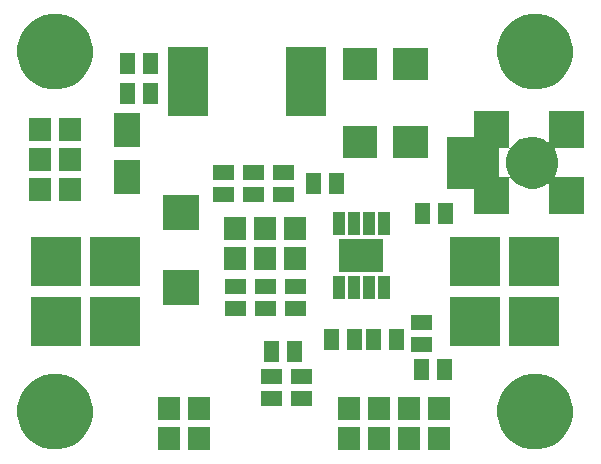
<source format=gbr>
G04 #@! TF.FileFunction,Soldermask,Bot*
%FSLAX46Y46*%
G04 Gerber Fmt 4.6, Leading zero omitted, Abs format (unit mm)*
G04 Created by KiCad (PCBNEW 4.0.3-stable) date 09/22/16 07:48:20*
%MOMM*%
%LPD*%
G01*
G04 APERTURE LIST*
%ADD10C,0.500000*%
G04 APERTURE END LIST*
D10*
G36*
X38554000Y1832000D02*
X36630000Y1832000D01*
X36630000Y3756000D01*
X38554000Y3756000D01*
X38554000Y1832000D01*
X38554000Y1832000D01*
G37*
G36*
X36014000Y1832000D02*
X34090000Y1832000D01*
X34090000Y3756000D01*
X36014000Y3756000D01*
X36014000Y1832000D01*
X36014000Y1832000D01*
G37*
G36*
X30934000Y1832000D02*
X29010000Y1832000D01*
X29010000Y3756000D01*
X30934000Y3756000D01*
X30934000Y1832000D01*
X30934000Y1832000D01*
G37*
G36*
X18234000Y1832000D02*
X16310000Y1832000D01*
X16310000Y3756000D01*
X18234000Y3756000D01*
X18234000Y1832000D01*
X18234000Y1832000D01*
G37*
G36*
X15694000Y1832000D02*
X13770000Y1832000D01*
X13770000Y3756000D01*
X15694000Y3756000D01*
X15694000Y1832000D01*
X15694000Y1832000D01*
G37*
G36*
X33474000Y1832000D02*
X31550000Y1832000D01*
X31550000Y3756000D01*
X33474000Y3756000D01*
X33474000Y1832000D01*
X33474000Y1832000D01*
G37*
G36*
X5416110Y8277872D02*
X6030848Y8151685D01*
X6609363Y7908500D01*
X7129631Y7557574D01*
X7571824Y7112283D01*
X7919105Y6589582D01*
X8158249Y6009378D01*
X8280004Y5394466D01*
X8280004Y5394449D01*
X8280137Y5393776D01*
X8270128Y4676993D01*
X8269977Y4676330D01*
X8269977Y4676306D01*
X8131099Y4065032D01*
X7875851Y3491739D01*
X7514107Y2978933D01*
X7059653Y2546162D01*
X6529787Y2209900D01*
X5944712Y1982964D01*
X5326688Y1873989D01*
X4699273Y1887132D01*
X4086359Y2021890D01*
X3511293Y2273129D01*
X2995980Y2631282D01*
X2560044Y3082706D01*
X2220093Y3610208D01*
X1989075Y4193693D01*
X1875790Y4810936D01*
X1884551Y5438424D01*
X2015027Y6052266D01*
X2262248Y6629075D01*
X2616795Y7146877D01*
X3065163Y7585952D01*
X3590276Y7929576D01*
X4172132Y8164661D01*
X4788571Y8282254D01*
X5416110Y8277872D01*
X5416110Y8277872D01*
G37*
G36*
X46056110Y8277872D02*
X46670848Y8151685D01*
X47249363Y7908500D01*
X47769631Y7557574D01*
X48211824Y7112283D01*
X48559105Y6589582D01*
X48798249Y6009378D01*
X48920004Y5394466D01*
X48920004Y5394449D01*
X48920137Y5393776D01*
X48910128Y4676993D01*
X48909977Y4676330D01*
X48909977Y4676306D01*
X48771099Y4065032D01*
X48515851Y3491739D01*
X48154107Y2978933D01*
X47699653Y2546162D01*
X47169787Y2209900D01*
X46584712Y1982964D01*
X45966688Y1873989D01*
X45339273Y1887132D01*
X44726359Y2021890D01*
X44151293Y2273129D01*
X43635980Y2631282D01*
X43200044Y3082706D01*
X42860093Y3610208D01*
X42629075Y4193693D01*
X42515790Y4810936D01*
X42524551Y5438424D01*
X42655027Y6052266D01*
X42902248Y6629075D01*
X43256795Y7146877D01*
X43705163Y7585952D01*
X44230276Y7929576D01*
X44812132Y8164661D01*
X45428571Y8282254D01*
X46056110Y8277872D01*
X46056110Y8277872D01*
G37*
G36*
X36014000Y4372000D02*
X34090000Y4372000D01*
X34090000Y6296000D01*
X36014000Y6296000D01*
X36014000Y4372000D01*
X36014000Y4372000D01*
G37*
G36*
X15694000Y4372000D02*
X13770000Y4372000D01*
X13770000Y6296000D01*
X15694000Y6296000D01*
X15694000Y4372000D01*
X15694000Y4372000D01*
G37*
G36*
X33474000Y4372000D02*
X31550000Y4372000D01*
X31550000Y6296000D01*
X33474000Y6296000D01*
X33474000Y4372000D01*
X33474000Y4372000D01*
G37*
G36*
X38554000Y4372000D02*
X36630000Y4372000D01*
X36630000Y6296000D01*
X38554000Y6296000D01*
X38554000Y4372000D01*
X38554000Y4372000D01*
G37*
G36*
X18234000Y4372000D02*
X16310000Y4372000D01*
X16310000Y6296000D01*
X18234000Y6296000D01*
X18234000Y4372000D01*
X18234000Y4372000D01*
G37*
G36*
X30934000Y4372000D02*
X29010000Y4372000D01*
X29010000Y6296000D01*
X30934000Y6296000D01*
X30934000Y4372000D01*
X30934000Y4372000D01*
G37*
G36*
X26806500Y5515000D02*
X25009500Y5515000D01*
X25009500Y6804000D01*
X26806500Y6804000D01*
X26806500Y5515000D01*
X26806500Y5515000D01*
G37*
G36*
X24266500Y5515000D02*
X22469500Y5515000D01*
X22469500Y6804000D01*
X24266500Y6804000D01*
X24266500Y5515000D01*
X24266500Y5515000D01*
G37*
G36*
X26806500Y7420000D02*
X25009500Y7420000D01*
X25009500Y8709000D01*
X26806500Y8709000D01*
X26806500Y7420000D01*
X26806500Y7420000D01*
G37*
G36*
X24266500Y7420000D02*
X22469500Y7420000D01*
X22469500Y8709000D01*
X24266500Y8709000D01*
X24266500Y7420000D01*
X24266500Y7420000D01*
G37*
G36*
X38681000Y7737500D02*
X37392000Y7737500D01*
X37392000Y9534500D01*
X38681000Y9534500D01*
X38681000Y7737500D01*
X38681000Y7737500D01*
G37*
G36*
X36776000Y7737500D02*
X35487000Y7737500D01*
X35487000Y9534500D01*
X36776000Y9534500D01*
X36776000Y7737500D01*
X36776000Y7737500D01*
G37*
G36*
X24076000Y9261500D02*
X22787000Y9261500D01*
X22787000Y11058500D01*
X24076000Y11058500D01*
X24076000Y9261500D01*
X24076000Y9261500D01*
G37*
G36*
X25981000Y9261500D02*
X24692000Y9261500D01*
X24692000Y11058500D01*
X25981000Y11058500D01*
X25981000Y9261500D01*
X25981000Y9261500D01*
G37*
G36*
X36966500Y10087000D02*
X35169500Y10087000D01*
X35169500Y11376000D01*
X36966500Y11376000D01*
X36966500Y10087000D01*
X36966500Y10087000D01*
G37*
G36*
X29156000Y10277500D02*
X27867000Y10277500D01*
X27867000Y12074500D01*
X29156000Y12074500D01*
X29156000Y10277500D01*
X29156000Y10277500D01*
G37*
G36*
X31061000Y10277500D02*
X29772000Y10277500D01*
X29772000Y12074500D01*
X31061000Y12074500D01*
X31061000Y10277500D01*
X31061000Y10277500D01*
G37*
G36*
X32712000Y10277500D02*
X31423000Y10277500D01*
X31423000Y12074500D01*
X32712000Y12074500D01*
X32712000Y10277500D01*
X32712000Y10277500D01*
G37*
G36*
X34617000Y10277500D02*
X33328000Y10277500D01*
X33328000Y12074500D01*
X34617000Y12074500D01*
X34617000Y10277500D01*
X34617000Y10277500D01*
G37*
G36*
X12265000Y10595000D02*
X8055000Y10595000D01*
X8055000Y14805000D01*
X12265000Y14805000D01*
X12265000Y10595000D01*
X12265000Y10595000D01*
G37*
G36*
X7265000Y10595000D02*
X3055000Y10595000D01*
X3055000Y14805000D01*
X7265000Y14805000D01*
X7265000Y10595000D01*
X7265000Y10595000D01*
G37*
G36*
X42745000Y10595000D02*
X38535000Y10595000D01*
X38535000Y14805000D01*
X42745000Y14805000D01*
X42745000Y10595000D01*
X42745000Y10595000D01*
G37*
G36*
X47745000Y10595000D02*
X43535000Y10595000D01*
X43535000Y14805000D01*
X47745000Y14805000D01*
X47745000Y10595000D01*
X47745000Y10595000D01*
G37*
G36*
X36966500Y11992000D02*
X35169500Y11992000D01*
X35169500Y13281000D01*
X36966500Y13281000D01*
X36966500Y11992000D01*
X36966500Y11992000D01*
G37*
G36*
X21218500Y13135000D02*
X19421500Y13135000D01*
X19421500Y14424000D01*
X21218500Y14424000D01*
X21218500Y13135000D01*
X21218500Y13135000D01*
G37*
G36*
X26298500Y13135000D02*
X24501500Y13135000D01*
X24501500Y14424000D01*
X26298500Y14424000D01*
X26298500Y13135000D01*
X26298500Y13135000D01*
G37*
G36*
X23758500Y13135000D02*
X21961500Y13135000D01*
X21961500Y14424000D01*
X23758500Y14424000D01*
X23758500Y13135000D01*
X23758500Y13135000D01*
G37*
G36*
X17298010Y14145920D02*
X14197990Y14145920D01*
X14197990Y17096080D01*
X17298010Y17096080D01*
X17298010Y14145920D01*
X17298010Y14145920D01*
G37*
G36*
X33393000Y14613000D02*
X32393000Y14613000D01*
X32393000Y16563000D01*
X33393000Y16563000D01*
X33393000Y14613000D01*
X33393000Y14613000D01*
G37*
G36*
X29583000Y14613000D02*
X28583000Y14613000D01*
X28583000Y16563000D01*
X29583000Y16563000D01*
X29583000Y14613000D01*
X29583000Y14613000D01*
G37*
G36*
X30853000Y14613000D02*
X29853000Y14613000D01*
X29853000Y16563000D01*
X30853000Y16563000D01*
X30853000Y14613000D01*
X30853000Y14613000D01*
G37*
G36*
X32123000Y14613000D02*
X31123000Y14613000D01*
X31123000Y16563000D01*
X32123000Y16563000D01*
X32123000Y14613000D01*
X32123000Y14613000D01*
G37*
G36*
X26298500Y15040000D02*
X24501500Y15040000D01*
X24501500Y16329000D01*
X26298500Y16329000D01*
X26298500Y15040000D01*
X26298500Y15040000D01*
G37*
G36*
X21218500Y15040000D02*
X19421500Y15040000D01*
X19421500Y16329000D01*
X21218500Y16329000D01*
X21218500Y15040000D01*
X21218500Y15040000D01*
G37*
G36*
X23758500Y15040000D02*
X21961500Y15040000D01*
X21961500Y16329000D01*
X23758500Y16329000D01*
X23758500Y15040000D01*
X23758500Y15040000D01*
G37*
G36*
X12265000Y15675000D02*
X8055000Y15675000D01*
X8055000Y19885000D01*
X12265000Y19885000D01*
X12265000Y15675000D01*
X12265000Y15675000D01*
G37*
G36*
X47745000Y15675000D02*
X43535000Y15675000D01*
X43535000Y19885000D01*
X47745000Y19885000D01*
X47745000Y15675000D01*
X47745000Y15675000D01*
G37*
G36*
X42745000Y15675000D02*
X38535000Y15675000D01*
X38535000Y19885000D01*
X42745000Y19885000D01*
X42745000Y15675000D01*
X42745000Y15675000D01*
G37*
G36*
X7265000Y15675000D02*
X3055000Y15675000D01*
X3055000Y19885000D01*
X7265000Y19885000D01*
X7265000Y15675000D01*
X7265000Y15675000D01*
G37*
G36*
X32838000Y16883000D02*
X29138000Y16883000D01*
X29138000Y19693000D01*
X32838000Y19693000D01*
X32838000Y16883000D01*
X32838000Y16883000D01*
G37*
G36*
X21282000Y17072000D02*
X19358000Y17072000D01*
X19358000Y18996000D01*
X21282000Y18996000D01*
X21282000Y17072000D01*
X21282000Y17072000D01*
G37*
G36*
X23822000Y17072000D02*
X21898000Y17072000D01*
X21898000Y18996000D01*
X23822000Y18996000D01*
X23822000Y17072000D01*
X23822000Y17072000D01*
G37*
G36*
X26362000Y17072000D02*
X24438000Y17072000D01*
X24438000Y18996000D01*
X26362000Y18996000D01*
X26362000Y17072000D01*
X26362000Y17072000D01*
G37*
G36*
X23822000Y19612000D02*
X21898000Y19612000D01*
X21898000Y21536000D01*
X23822000Y21536000D01*
X23822000Y19612000D01*
X23822000Y19612000D01*
G37*
G36*
X21282000Y19612000D02*
X19358000Y19612000D01*
X19358000Y21536000D01*
X21282000Y21536000D01*
X21282000Y19612000D01*
X21282000Y19612000D01*
G37*
G36*
X26362000Y19612000D02*
X24438000Y19612000D01*
X24438000Y21536000D01*
X26362000Y21536000D01*
X26362000Y19612000D01*
X26362000Y19612000D01*
G37*
G36*
X29583000Y20013000D02*
X28583000Y20013000D01*
X28583000Y21963000D01*
X29583000Y21963000D01*
X29583000Y20013000D01*
X29583000Y20013000D01*
G37*
G36*
X30853000Y20013000D02*
X29853000Y20013000D01*
X29853000Y21963000D01*
X30853000Y21963000D01*
X30853000Y20013000D01*
X30853000Y20013000D01*
G37*
G36*
X32123000Y20013000D02*
X31123000Y20013000D01*
X31123000Y21963000D01*
X32123000Y21963000D01*
X32123000Y20013000D01*
X32123000Y20013000D01*
G37*
G36*
X33393000Y20013000D02*
X32393000Y20013000D01*
X32393000Y21963000D01*
X33393000Y21963000D01*
X33393000Y20013000D01*
X33393000Y20013000D01*
G37*
G36*
X17298010Y20495920D02*
X14197990Y20495920D01*
X14197990Y23446080D01*
X17298010Y23446080D01*
X17298010Y20495920D01*
X17298010Y20495920D01*
G37*
G36*
X38744500Y20945500D02*
X37455500Y20945500D01*
X37455500Y22742500D01*
X38744500Y22742500D01*
X38744500Y20945500D01*
X38744500Y20945500D01*
G37*
G36*
X36839500Y20945500D02*
X35550500Y20945500D01*
X35550500Y22742500D01*
X36839500Y22742500D01*
X36839500Y20945500D01*
X36839500Y20945500D01*
G37*
G36*
X43512080Y27525628D02*
X43516039Y27497769D01*
X43527603Y27472115D01*
X43545856Y27450699D01*
X43569352Y27435216D01*
X43596232Y27426892D01*
X43624367Y27426386D01*
X43651529Y27433738D01*
X43675567Y27448366D01*
X43694591Y27469131D01*
X43772545Y27582979D01*
X44080799Y27884844D01*
X44441813Y28121085D01*
X44841839Y28282706D01*
X45265642Y28363551D01*
X45697076Y28360538D01*
X46119709Y28273785D01*
X46517438Y28106595D01*
X46756001Y27945682D01*
X46781311Y27933386D01*
X46809045Y27928627D01*
X46837007Y27931784D01*
X46862982Y27942605D01*
X46884914Y27960235D01*
X46901066Y27983277D01*
X46910160Y28009906D01*
X46911920Y28028586D01*
X46911920Y30506010D01*
X49862080Y30506010D01*
X49862080Y27405990D01*
X47467419Y27405990D01*
X47439560Y27402031D01*
X47413906Y27390467D01*
X47392490Y27372214D01*
X47377007Y27348718D01*
X47368683Y27321838D01*
X47368177Y27293703D01*
X47375529Y27266541D01*
X47384127Y27250651D01*
X47417886Y27199839D01*
X47582298Y26800948D01*
X47665962Y26378411D01*
X47665962Y26378389D01*
X47666094Y26377721D01*
X47659213Y25884933D01*
X47659062Y25884270D01*
X47659062Y25884246D01*
X47563633Y25464213D01*
X47384160Y25061111D01*
X47384554Y25060936D01*
X47379264Y25050604D01*
X47373926Y25022976D01*
X47376497Y24994954D01*
X47386773Y24968758D01*
X47403939Y24946462D01*
X47426638Y24929831D01*
X47453071Y24920183D01*
X47473803Y24918010D01*
X49862080Y24918010D01*
X49862080Y21817990D01*
X46911920Y21817990D01*
X46911920Y24291969D01*
X46907961Y24319828D01*
X46896397Y24345482D01*
X46878144Y24366898D01*
X46854648Y24382381D01*
X46827768Y24390705D01*
X46799633Y24391211D01*
X46772471Y24383859D01*
X46758337Y24376402D01*
X46462728Y24188804D01*
X46060491Y24032786D01*
X45635598Y23957865D01*
X45204250Y23966902D01*
X44782871Y24059548D01*
X44387513Y24232275D01*
X44033235Y24478505D01*
X43733529Y24788859D01*
X43696137Y24846880D01*
X43677717Y24868153D01*
X43654100Y24883452D01*
X43627156Y24891566D01*
X43599019Y24891852D01*
X43571915Y24884288D01*
X43547992Y24869473D01*
X43529143Y24848579D01*
X43516862Y24823262D01*
X43512080Y24792709D01*
X43512080Y21817990D01*
X40561920Y21817990D01*
X40561920Y23862000D01*
X40557961Y23889859D01*
X40546397Y23915513D01*
X40528144Y23936929D01*
X40504648Y23952412D01*
X40477768Y23960736D01*
X40461920Y23962000D01*
X38266000Y23962000D01*
X38266000Y27305990D01*
X42666000Y27305990D01*
X42666000Y25018010D01*
X42669959Y24990151D01*
X42681523Y24964497D01*
X42699776Y24943081D01*
X42723272Y24927598D01*
X42750152Y24919274D01*
X42766000Y24918010D01*
X43466884Y24918010D01*
X43494743Y24921969D01*
X43520397Y24933533D01*
X43541813Y24951786D01*
X43557296Y24975282D01*
X43565620Y25002162D01*
X43566126Y25030297D01*
X43558774Y25057459D01*
X43550941Y25072181D01*
X43499812Y25151518D01*
X43340987Y25552664D01*
X43263103Y25977019D01*
X43269127Y26408416D01*
X43358829Y26830433D01*
X43528794Y27226990D01*
X43544202Y27249493D01*
X43556675Y27274717D01*
X43561627Y27302417D01*
X43558666Y27330400D01*
X43548026Y27356450D01*
X43530550Y27378505D01*
X43507622Y27394818D01*
X43481057Y27404097D01*
X43461691Y27405990D01*
X42766000Y27405990D01*
X42738141Y27402031D01*
X42712487Y27390467D01*
X42691071Y27372214D01*
X42675588Y27348718D01*
X42667264Y27321838D01*
X42666000Y27305990D01*
X38266000Y27305990D01*
X38266000Y28362000D01*
X40461920Y28362000D01*
X40489779Y28365959D01*
X40515433Y28377523D01*
X40536849Y28395776D01*
X40552332Y28419272D01*
X40560656Y28446152D01*
X40561920Y28462000D01*
X40561920Y30506010D01*
X43512080Y30506010D01*
X43512080Y27525628D01*
X43512080Y27525628D01*
G37*
G36*
X25282500Y22787000D02*
X23485500Y22787000D01*
X23485500Y24076000D01*
X25282500Y24076000D01*
X25282500Y22787000D01*
X25282500Y22787000D01*
G37*
G36*
X22742500Y22787000D02*
X20945500Y22787000D01*
X20945500Y24076000D01*
X22742500Y24076000D01*
X22742500Y22787000D01*
X22742500Y22787000D01*
G37*
G36*
X20202500Y22787000D02*
X18405500Y22787000D01*
X18405500Y24076000D01*
X20202500Y24076000D01*
X20202500Y22787000D01*
X20202500Y22787000D01*
G37*
G36*
X4772000Y22914000D02*
X2848000Y22914000D01*
X2848000Y24838000D01*
X4772000Y24838000D01*
X4772000Y22914000D01*
X4772000Y22914000D01*
G37*
G36*
X7312000Y22914000D02*
X5388000Y22914000D01*
X5388000Y24838000D01*
X7312000Y24838000D01*
X7312000Y22914000D01*
X7312000Y22914000D01*
G37*
G36*
X12276430Y23475340D02*
X10075570Y23475340D01*
X10075570Y26374700D01*
X12276430Y26374700D01*
X12276430Y23475340D01*
X12276430Y23475340D01*
G37*
G36*
X27632000Y23485500D02*
X26343000Y23485500D01*
X26343000Y25282500D01*
X27632000Y25282500D01*
X27632000Y23485500D01*
X27632000Y23485500D01*
G37*
G36*
X29537000Y23485500D02*
X28248000Y23485500D01*
X28248000Y25282500D01*
X29537000Y25282500D01*
X29537000Y23485500D01*
X29537000Y23485500D01*
G37*
G36*
X22742500Y24692000D02*
X20945500Y24692000D01*
X20945500Y25981000D01*
X22742500Y25981000D01*
X22742500Y24692000D01*
X22742500Y24692000D01*
G37*
G36*
X20202500Y24692000D02*
X18405500Y24692000D01*
X18405500Y25981000D01*
X20202500Y25981000D01*
X20202500Y24692000D01*
X20202500Y24692000D01*
G37*
G36*
X25282500Y24692000D02*
X23485500Y24692000D01*
X23485500Y25981000D01*
X25282500Y25981000D01*
X25282500Y24692000D01*
X25282500Y24692000D01*
G37*
G36*
X7312000Y25454000D02*
X5388000Y25454000D01*
X5388000Y27378000D01*
X7312000Y27378000D01*
X7312000Y25454000D01*
X7312000Y25454000D01*
G37*
G36*
X4772000Y25454000D02*
X2848000Y25454000D01*
X2848000Y27378000D01*
X4772000Y27378000D01*
X4772000Y25454000D01*
X4772000Y25454000D01*
G37*
G36*
X36618520Y26589380D02*
X33719160Y26589380D01*
X33719160Y29290620D01*
X36618520Y29290620D01*
X36618520Y26589380D01*
X36618520Y26589380D01*
G37*
G36*
X32320840Y26589380D02*
X29421480Y26589380D01*
X29421480Y29290620D01*
X32320840Y29290620D01*
X32320840Y26589380D01*
X32320840Y26589380D01*
G37*
G36*
X12276430Y27473300D02*
X10075570Y27473300D01*
X10075570Y30372660D01*
X12276430Y30372660D01*
X12276430Y27473300D01*
X12276430Y27473300D01*
G37*
G36*
X7312000Y27994000D02*
X5388000Y27994000D01*
X5388000Y29918000D01*
X7312000Y29918000D01*
X7312000Y27994000D01*
X7312000Y27994000D01*
G37*
G36*
X4772000Y27994000D02*
X2848000Y27994000D01*
X2848000Y29918000D01*
X4772000Y29918000D01*
X4772000Y27994000D01*
X4772000Y27994000D01*
G37*
G36*
X18036000Y30070000D02*
X14636000Y30070000D01*
X14636000Y35970000D01*
X18036000Y35970000D01*
X18036000Y30070000D01*
X18036000Y30070000D01*
G37*
G36*
X28036000Y30070000D02*
X24636000Y30070000D01*
X24636000Y35970000D01*
X28036000Y35970000D01*
X28036000Y30070000D01*
X28036000Y30070000D01*
G37*
G36*
X11884000Y31105500D02*
X10595000Y31105500D01*
X10595000Y32902500D01*
X11884000Y32902500D01*
X11884000Y31105500D01*
X11884000Y31105500D01*
G37*
G36*
X13789000Y31105500D02*
X12500000Y31105500D01*
X12500000Y32902500D01*
X13789000Y32902500D01*
X13789000Y31105500D01*
X13789000Y31105500D01*
G37*
G36*
X46056110Y38757872D02*
X46670848Y38631685D01*
X47249363Y38388500D01*
X47769631Y38037574D01*
X48211824Y37592283D01*
X48559105Y37069582D01*
X48798249Y36489378D01*
X48920004Y35874466D01*
X48920004Y35874449D01*
X48920137Y35873776D01*
X48910128Y35156993D01*
X48909977Y35156330D01*
X48909977Y35156306D01*
X48771099Y34545032D01*
X48515851Y33971739D01*
X48154107Y33458933D01*
X47699653Y33026162D01*
X47169787Y32689900D01*
X46584712Y32462964D01*
X45966688Y32353989D01*
X45339273Y32367132D01*
X44726359Y32501890D01*
X44151293Y32753129D01*
X43635980Y33111282D01*
X43200044Y33562706D01*
X42860093Y34090208D01*
X42629075Y34673693D01*
X42515790Y35290936D01*
X42524551Y35918424D01*
X42655027Y36532266D01*
X42902248Y37109075D01*
X43256795Y37626877D01*
X43705163Y38065952D01*
X44230276Y38409576D01*
X44812132Y38644661D01*
X45428571Y38762254D01*
X46056110Y38757872D01*
X46056110Y38757872D01*
G37*
G36*
X5416110Y38757872D02*
X6030848Y38631685D01*
X6609363Y38388500D01*
X7129631Y38037574D01*
X7571824Y37592283D01*
X7919105Y37069582D01*
X8158249Y36489378D01*
X8280004Y35874466D01*
X8280004Y35874449D01*
X8280137Y35873776D01*
X8270128Y35156993D01*
X8269977Y35156330D01*
X8269977Y35156306D01*
X8131099Y34545032D01*
X7875851Y33971739D01*
X7514107Y33458933D01*
X7059653Y33026162D01*
X6529787Y32689900D01*
X5944712Y32462964D01*
X5326688Y32353989D01*
X4699273Y32367132D01*
X4086359Y32501890D01*
X3511293Y32753129D01*
X2995980Y33111282D01*
X2560044Y33562706D01*
X2220093Y34090208D01*
X1989075Y34673693D01*
X1875790Y35290936D01*
X1884551Y35918424D01*
X2015027Y36532266D01*
X2262248Y37109075D01*
X2616795Y37626877D01*
X3065163Y38065952D01*
X3590276Y38409576D01*
X4172132Y38644661D01*
X4788571Y38762254D01*
X5416110Y38757872D01*
X5416110Y38757872D01*
G37*
G36*
X36618520Y33193380D02*
X33719160Y33193380D01*
X33719160Y35894620D01*
X36618520Y35894620D01*
X36618520Y33193380D01*
X36618520Y33193380D01*
G37*
G36*
X32320840Y33193380D02*
X29421480Y33193380D01*
X29421480Y35894620D01*
X32320840Y35894620D01*
X32320840Y33193380D01*
X32320840Y33193380D01*
G37*
G36*
X11884000Y33645500D02*
X10595000Y33645500D01*
X10595000Y35442500D01*
X11884000Y35442500D01*
X11884000Y33645500D01*
X11884000Y33645500D01*
G37*
G36*
X13789000Y33645500D02*
X12500000Y33645500D01*
X12500000Y35442500D01*
X13789000Y35442500D01*
X13789000Y33645500D01*
X13789000Y33645500D01*
G37*
M02*

</source>
